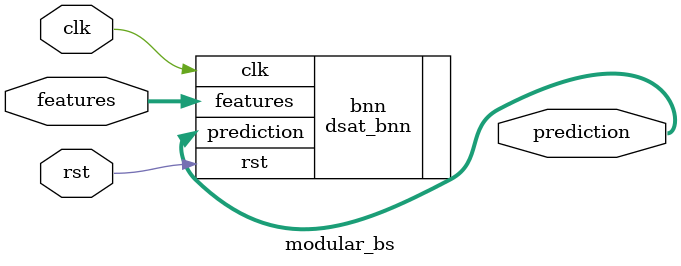
<source format=v>
`ifndef DUTNAME
`define DUTNAME modular_bs
parameter FEAT_CNT = 4;
parameter FEAT_BITS = 4;
parameter HIDDEN_CNT = 4;
parameter CLASS_CNT = 4;
`define WEIGHTS0 0
`define WEIGHTS1 0
`define WIDTHS 0
`define SATURE 0
`else
    `include `BSTRINGS
`endif
module `DUTNAME #(
`ifdef PARAMS
`include `PARAMS
`endif
  ) (
  input clk,
  input rst,
  input [FEAT_CNT*FEAT_BITS-1:0] features,
  output [$clog2(CLASS_CNT)-1:0] prediction
  );

  localparam Weights0 = `WEIGHTS0 ;
  localparam Weights1 = `WEIGHTS1 ;
  localparam Widths = `WIDTHS ;
  localparam Sature = `SATURE ;

  dsat_bnn #(.FEAT_CNT(FEAT_CNT),.FEAT_BITS(FEAT_BITS),.HIDDEN_CNT(HIDDEN_CNT),.CLASS_CNT(CLASS_CNT),.Weights0(Weights0),.Weights1(Weights1),
    .WIDTHS(Widths), .SATURE(Sature)) bnn (
    .clk(clk),
    .rst(rst),
    .features(features),
    .prediction(prediction)
  );

endmodule

</source>
